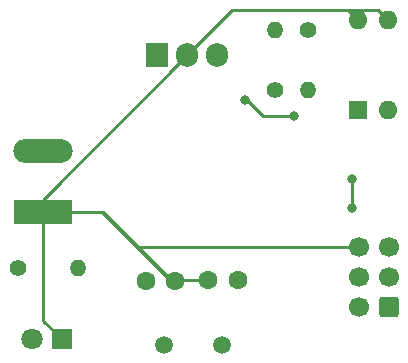
<source format=gbr>
%TF.GenerationSoftware,KiCad,Pcbnew,7.0.7*%
%TF.CreationDate,2023-09-16T19:14:59-07:00*%
%TF.ProjectId,IntroProjectFall2023,496e7472-6f50-4726-9f6a-65637446616c,rev?*%
%TF.SameCoordinates,Original*%
%TF.FileFunction,Copper,L2,Bot*%
%TF.FilePolarity,Positive*%
%FSLAX46Y46*%
G04 Gerber Fmt 4.6, Leading zero omitted, Abs format (unit mm)*
G04 Created by KiCad (PCBNEW 7.0.7) date 2023-09-16 19:14:59*
%MOMM*%
%LPD*%
G01*
G04 APERTURE LIST*
G04 Aperture macros list*
%AMRoundRect*
0 Rectangle with rounded corners*
0 $1 Rounding radius*
0 $2 $3 $4 $5 $6 $7 $8 $9 X,Y pos of 4 corners*
0 Add a 4 corners polygon primitive as box body*
4,1,4,$2,$3,$4,$5,$6,$7,$8,$9,$2,$3,0*
0 Add four circle primitives for the rounded corners*
1,1,$1+$1,$2,$3*
1,1,$1+$1,$4,$5*
1,1,$1+$1,$6,$7*
1,1,$1+$1,$8,$9*
0 Add four rect primitives between the rounded corners*
20,1,$1+$1,$2,$3,$4,$5,0*
20,1,$1+$1,$4,$5,$6,$7,0*
20,1,$1+$1,$6,$7,$8,$9,0*
20,1,$1+$1,$8,$9,$2,$3,0*%
G04 Aperture macros list end*
%TA.AperFunction,ComponentPad*%
%ADD10R,1.905000X2.000000*%
%TD*%
%TA.AperFunction,ComponentPad*%
%ADD11O,1.905000X2.000000*%
%TD*%
%TA.AperFunction,ComponentPad*%
%ADD12RoundRect,0.250000X0.600000X0.600000X-0.600000X0.600000X-0.600000X-0.600000X0.600000X-0.600000X0*%
%TD*%
%TA.AperFunction,ComponentPad*%
%ADD13C,1.700000*%
%TD*%
%TA.AperFunction,ComponentPad*%
%ADD14C,1.500000*%
%TD*%
%TA.AperFunction,ComponentPad*%
%ADD15R,1.600000X1.600000*%
%TD*%
%TA.AperFunction,ComponentPad*%
%ADD16O,1.600000X1.600000*%
%TD*%
%TA.AperFunction,ComponentPad*%
%ADD17C,1.400000*%
%TD*%
%TA.AperFunction,ComponentPad*%
%ADD18O,1.400000X1.400000*%
%TD*%
%TA.AperFunction,ComponentPad*%
%ADD19C,1.600000*%
%TD*%
%TA.AperFunction,ComponentPad*%
%ADD20R,5.020000X2.020000*%
%TD*%
%TA.AperFunction,ComponentPad*%
%ADD21O,5.020000X2.020000*%
%TD*%
%TA.AperFunction,ComponentPad*%
%ADD22R,1.800000X1.800000*%
%TD*%
%TA.AperFunction,ComponentPad*%
%ADD23C,1.800000*%
%TD*%
%TA.AperFunction,ViaPad*%
%ADD24C,0.800000*%
%TD*%
%TA.AperFunction,Conductor*%
%ADD25C,0.250000*%
%TD*%
G04 APERTURE END LIST*
D10*
%TO.P,U2,1,VI*%
%TO.N,Net-(U2-VI)*%
X150460000Y-81830000D03*
D11*
%TO.P,U2,2,GND*%
%TO.N,GND*%
X153000000Y-81830000D03*
%TO.P,U2,3,VO*%
%TO.N,+5V*%
X155540000Y-81830000D03*
%TD*%
D12*
%TO.P,J1,1,MISO*%
%TO.N,PB4_MISO*%
X170052500Y-103105000D03*
D13*
%TO.P,J1,2,VCC*%
%TO.N,+5V*%
X167512500Y-103105000D03*
%TO.P,J1,3,SCK*%
%TO.N,PB5_SCK*%
X170052500Y-100565000D03*
%TO.P,J1,4,MOSI*%
%TO.N,PB3_MOSI*%
X167512500Y-100565000D03*
%TO.P,J1,5,~{RST}*%
%TO.N,PC6_RESET*%
X170052500Y-98025000D03*
%TO.P,J1,6,GND*%
%TO.N,GND*%
X167512500Y-98025000D03*
%TD*%
D14*
%TO.P,Y1,1,1*%
%TO.N,XTAL_2*%
X155930000Y-106400000D03*
%TO.P,Y1,2,2*%
%TO.N,XTAL_1*%
X151050000Y-106400000D03*
%TD*%
D15*
%TO.P,SW1,1,1*%
%TO.N,Net-(R2-Pad2)*%
X167420000Y-86440000D03*
D16*
%TO.P,SW1,2,2*%
%TO.N,PD4_BUTTON*%
X169960000Y-86440000D03*
%TO.P,SW1,3,K*%
%TO.N,GND*%
X169960000Y-78820000D03*
%TO.P,SW1,4,A*%
X167420000Y-78820000D03*
%TD*%
D17*
%TO.P,R3,1*%
%TO.N,Net-(D1-A)*%
X138650000Y-99860000D03*
D18*
%TO.P,R3,2*%
%TO.N,PD3_LedOUTPUT*%
X143730000Y-99860000D03*
%TD*%
D19*
%TO.P,C2,1*%
%TO.N,XTAL_2*%
X157240000Y-100820000D03*
%TO.P,C2,2*%
%TO.N,GND*%
X154740000Y-100820000D03*
%TD*%
D20*
%TO.P,J2,1*%
%TO.N,GND*%
X140790000Y-95090000D03*
D21*
%TO.P,J2,2*%
%TO.N,Net-(U2-VI)*%
X140790000Y-89910000D03*
%TD*%
D19*
%TO.P,C1,1*%
%TO.N,GND*%
X151960000Y-100950000D03*
%TO.P,C1,2*%
%TO.N,XTAL_1*%
X149460000Y-100950000D03*
%TD*%
D22*
%TO.P,D1,1,K*%
%TO.N,GND*%
X142335000Y-105840000D03*
D23*
%TO.P,D1,2,A*%
%TO.N,Net-(D1-A)*%
X139795000Y-105840000D03*
%TD*%
D17*
%TO.P,R2,1*%
%TO.N,Net-(U2-VI)*%
X163220000Y-79710000D03*
D18*
%TO.P,R2,2*%
%TO.N,Net-(R2-Pad2)*%
X163220000Y-84790000D03*
%TD*%
D17*
%TO.P,R1,1*%
%TO.N,+5V*%
X160420000Y-84760000D03*
D18*
%TO.P,R1,2*%
%TO.N,PC6_RESET*%
X160420000Y-79680000D03*
%TD*%
D24*
%TO.N,PC6_RESET*%
X157910000Y-85580000D03*
X161990000Y-86960000D03*
X166911900Y-94738100D03*
X166940000Y-92330000D03*
%TD*%
D25*
%TO.N,PC6_RESET*%
X158030000Y-85580000D02*
X157910000Y-85580000D01*
X159410000Y-86960000D02*
X158030000Y-85580000D01*
X161990000Y-86960000D02*
X159410000Y-86960000D01*
X166911900Y-94738100D02*
X166911900Y-92358100D01*
X166911900Y-92358100D02*
X166940000Y-92330000D01*
%TO.N,GND*%
X151960000Y-100950000D02*
X151730000Y-100950000D01*
X140790000Y-94040000D02*
X140790000Y-95090000D01*
X153000000Y-81830000D02*
X140790000Y-94040000D01*
X169960000Y-78820000D02*
X169160001Y-78020001D01*
X145870000Y-95090000D02*
X145780000Y-95090000D01*
X148750000Y-98060000D02*
X145780000Y-95090000D01*
X167420000Y-78820000D02*
X166620001Y-78020001D01*
X140790000Y-104295000D02*
X142335000Y-105840000D01*
X154740000Y-100820000D02*
X151510000Y-100820000D01*
X157040000Y-78020001D02*
X156809999Y-78020001D01*
X145780000Y-95090000D02*
X140790000Y-95090000D01*
X156809999Y-78020001D02*
X153000000Y-81830000D01*
X148785000Y-98025000D02*
X148750000Y-98060000D01*
X169160001Y-78020001D02*
X157040000Y-78020001D01*
X140790000Y-95090000D02*
X140790000Y-104295000D01*
X166620001Y-78020001D02*
X157040000Y-78020001D01*
X151730000Y-100950000D02*
X145870000Y-95090000D01*
X151510000Y-100820000D02*
X148750000Y-98060000D01*
X167512500Y-98025000D02*
X148785000Y-98025000D01*
%TD*%
M02*

</source>
